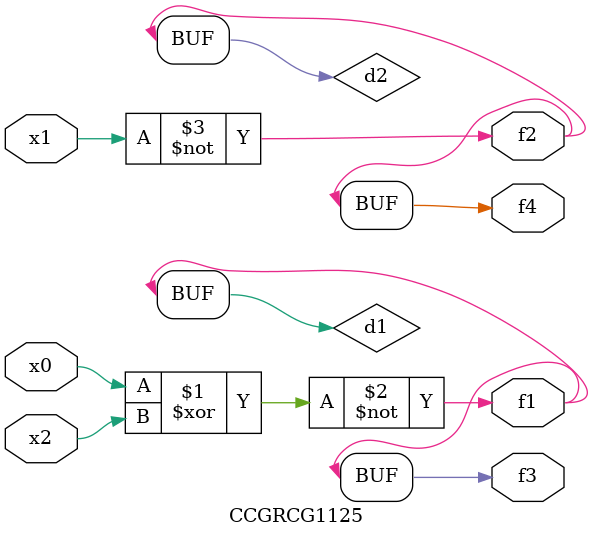
<source format=v>
module CCGRCG1125(
	input x0, x1, x2,
	output f1, f2, f3, f4
);

	wire d1, d2, d3;

	xnor (d1, x0, x2);
	nand (d2, x1);
	nor (d3, x1, x2);
	assign f1 = d1;
	assign f2 = d2;
	assign f3 = d1;
	assign f4 = d2;
endmodule

</source>
